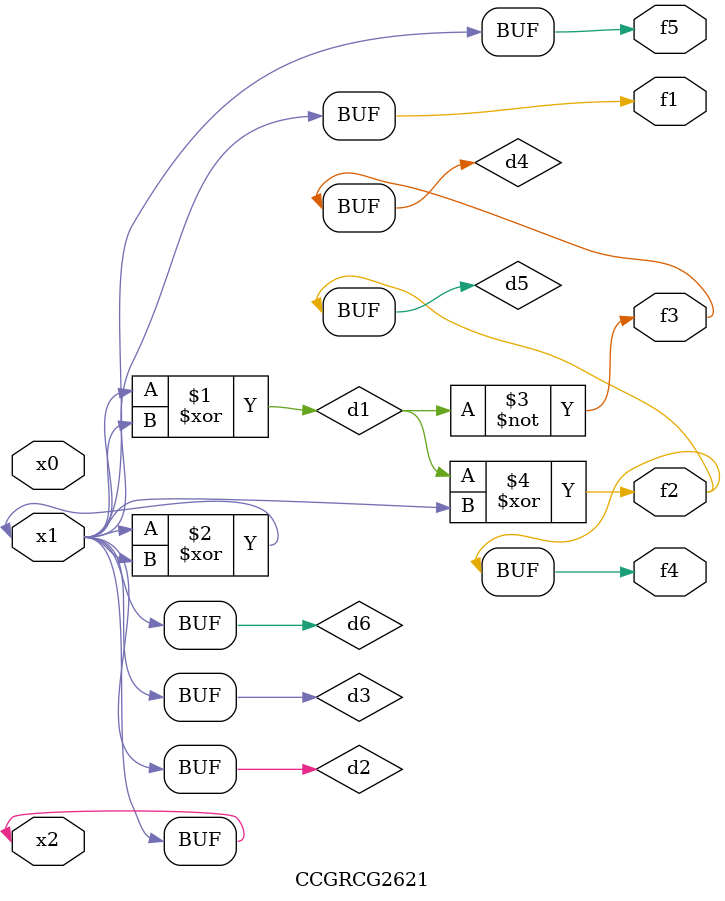
<source format=v>
module CCGRCG2621(
	input x0, x1, x2,
	output f1, f2, f3, f4, f5
);

	wire d1, d2, d3, d4, d5, d6;

	xor (d1, x1, x2);
	buf (d2, x1, x2);
	xor (d3, x1, x2);
	nor (d4, d1);
	xor (d5, d1, d2);
	buf (d6, d2, d3);
	assign f1 = d6;
	assign f2 = d5;
	assign f3 = d4;
	assign f4 = d5;
	assign f5 = d6;
endmodule

</source>
